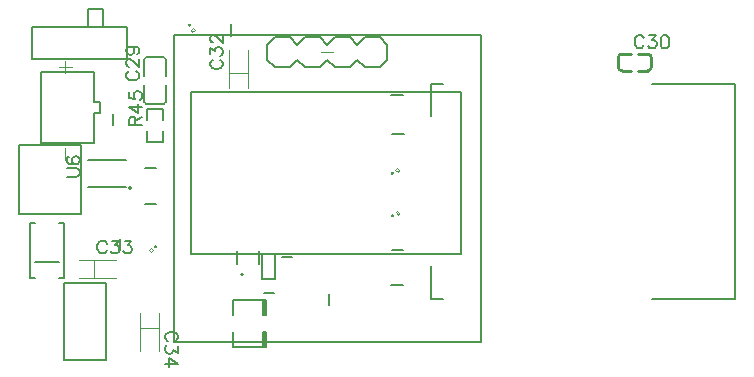
<source format=gto>
G04 Layer: TopSilkscreenLayer*
G04 EasyEDA v6.4.29, 2022-01-20 17:46:20*
G04 fb4b0ff46d504c98a6534b0bae3310fd,dc92750a051249c6af70c8c7d89aaf1b,10*
G04 Gerber Generator version 0.2*
G04 Scale: 100 percent, Rotated: No, Reflected: No *
G04 Dimensions in millimeters *
G04 leading zeros omitted , absolute positions ,4 integer and 5 decimal *
%FSLAX45Y45*%
%MOMM*%

%ADD10C,0.2540*%
%ADD53C,0.2032*%
%ADD54C,0.1270*%
%ADD55C,0.0099*%
%ADD56C,0.0635*%
%ADD57C,0.2000*%
%ADD58C,0.1524*%
%ADD59C,0.0800*%
%ADD60C,0.1999*%
%ADD61C,0.2997*%
%ADD62C,0.1016*%

%LPD*%
D62*
X790778Y11850344D02*
G01*
X894664Y11850344D01*
X842848Y11798274D02*
G01*
X842848Y11902160D01*
X842848Y11061674D02*
G01*
X842848Y11165560D01*
D58*
X854710Y10919206D02*
G01*
X932687Y10919206D01*
X948182Y10924540D01*
X958596Y10934954D01*
X963930Y10950448D01*
X963930Y10960862D01*
X958596Y10976356D01*
X948182Y10986770D01*
X932687Y10992104D01*
X854710Y10992104D01*
X870458Y11088624D02*
G01*
X860044Y11083544D01*
X854710Y11067796D01*
X854710Y11057636D01*
X860044Y11041888D01*
X875537Y11031474D01*
X901446Y11026394D01*
X927608Y11026394D01*
X948182Y11031474D01*
X958596Y11041888D01*
X963930Y11057636D01*
X963930Y11062716D01*
X958596Y11078210D01*
X948182Y11088624D01*
X932687Y11093958D01*
X927608Y11093958D01*
X911860Y11088624D01*
X901446Y11078210D01*
X896366Y11062716D01*
X896366Y11057636D01*
X901446Y11041888D01*
X911860Y11031474D01*
X927608Y11026394D01*
X1383792Y11812778D02*
G01*
X1373378Y11807444D01*
X1362964Y11797030D01*
X1357884Y11786870D01*
X1357884Y11766042D01*
X1362964Y11755628D01*
X1373378Y11745214D01*
X1383792Y11739880D01*
X1399540Y11734800D01*
X1425448Y11734800D01*
X1440942Y11739880D01*
X1451356Y11745214D01*
X1461770Y11755628D01*
X1466850Y11766042D01*
X1466850Y11786870D01*
X1461770Y11797030D01*
X1451356Y11807444D01*
X1440942Y11812778D01*
X1383792Y11852148D02*
G01*
X1378712Y11852148D01*
X1368298Y11857482D01*
X1362964Y11862562D01*
X1357884Y11872976D01*
X1357884Y11893804D01*
X1362964Y11904218D01*
X1368298Y11909298D01*
X1378712Y11914632D01*
X1389126Y11914632D01*
X1399540Y11909298D01*
X1415034Y11898884D01*
X1466850Y11847068D01*
X1466850Y11919712D01*
X1394206Y12021566D02*
G01*
X1409700Y12016486D01*
X1420114Y12006072D01*
X1425448Y11990324D01*
X1425448Y11985244D01*
X1420114Y11969750D01*
X1409700Y11959336D01*
X1394206Y11954002D01*
X1389126Y11954002D01*
X1373378Y11959336D01*
X1362964Y11969750D01*
X1357884Y11985244D01*
X1357884Y11990324D01*
X1362964Y12006072D01*
X1373378Y12016486D01*
X1394206Y12021566D01*
X1420114Y12021566D01*
X1446276Y12016486D01*
X1461770Y12006072D01*
X1466850Y11990324D01*
X1466850Y11979910D01*
X1461770Y11964416D01*
X1451356Y11959336D01*
X1383284Y11353800D02*
G01*
X1492250Y11353800D01*
X1383284Y11353800D02*
G01*
X1383284Y11400536D01*
X1388364Y11416030D01*
X1393698Y11421364D01*
X1404112Y11426444D01*
X1414526Y11426444D01*
X1424940Y11421364D01*
X1430020Y11416030D01*
X1435100Y11400536D01*
X1435100Y11353800D01*
X1435100Y11390122D02*
G01*
X1492250Y11426444D01*
X1383284Y11512804D02*
G01*
X1455928Y11460734D01*
X1455928Y11538712D01*
X1383284Y11512804D02*
G01*
X1492250Y11512804D01*
X1383284Y11635486D02*
G01*
X1383284Y11583416D01*
X1430020Y11578336D01*
X1424940Y11583416D01*
X1419606Y11598910D01*
X1419606Y11614658D01*
X1424940Y11630152D01*
X1435100Y11640566D01*
X1450848Y11645900D01*
X1461262Y11645900D01*
X1476756Y11640566D01*
X1487170Y11630152D01*
X1492250Y11614658D01*
X1492250Y11598910D01*
X1487170Y11583416D01*
X1482090Y11578336D01*
X1471676Y11573002D01*
X5740908Y12090908D02*
G01*
X5735828Y12101322D01*
X5725414Y12111736D01*
X5715000Y12116816D01*
X5694172Y12116816D01*
X5683758Y12111736D01*
X5673598Y12101322D01*
X5668264Y12090908D01*
X5663184Y12075160D01*
X5663184Y12049252D01*
X5668264Y12033758D01*
X5673598Y12023344D01*
X5683758Y12012930D01*
X5694172Y12007850D01*
X5715000Y12007850D01*
X5725414Y12012930D01*
X5735828Y12023344D01*
X5740908Y12033758D01*
X5785612Y12116816D02*
G01*
X5842762Y12116816D01*
X5811774Y12075160D01*
X5827268Y12075160D01*
X5837682Y12070080D01*
X5842762Y12065000D01*
X5848096Y12049252D01*
X5848096Y12038838D01*
X5842762Y12023344D01*
X5832348Y12012930D01*
X5816854Y12007850D01*
X5801360Y12007850D01*
X5785612Y12012930D01*
X5780532Y12018010D01*
X5775198Y12028424D01*
X5913628Y12116816D02*
G01*
X5897880Y12111736D01*
X5887466Y12095988D01*
X5882386Y12070080D01*
X5882386Y12054586D01*
X5887466Y12028424D01*
X5897880Y12012930D01*
X5913628Y12007850D01*
X5923788Y12007850D01*
X5939536Y12012930D01*
X5949950Y12028424D01*
X5955030Y12054586D01*
X5955030Y12070080D01*
X5949950Y12095988D01*
X5939536Y12111736D01*
X5923788Y12116816D01*
X5913628Y12116816D01*
X2092452Y11910314D02*
G01*
X2082038Y11905234D01*
X2071624Y11894820D01*
X2066543Y11884406D01*
X2066543Y11863578D01*
X2071624Y11853164D01*
X2082038Y11842750D01*
X2092452Y11837670D01*
X2108200Y11832590D01*
X2134108Y11832590D01*
X2149602Y11837670D01*
X2160016Y11842750D01*
X2170430Y11853164D01*
X2175510Y11863578D01*
X2175510Y11884406D01*
X2170430Y11894820D01*
X2160016Y11905234D01*
X2149602Y11910314D01*
X2066543Y11955018D02*
G01*
X2066543Y12012168D01*
X2108200Y11981180D01*
X2108200Y11996674D01*
X2113280Y12007088D01*
X2118360Y12012168D01*
X2134108Y12017502D01*
X2144522Y12017502D01*
X2160016Y12012168D01*
X2170430Y12001754D01*
X2175510Y11986260D01*
X2175510Y11970766D01*
X2170430Y11955018D01*
X2165350Y11949938D01*
X2154936Y11944604D01*
X2092452Y12056872D02*
G01*
X2087372Y12056872D01*
X2076957Y12062206D01*
X2071624Y12067286D01*
X2066543Y12077700D01*
X2066543Y12098528D01*
X2071624Y12108942D01*
X2076957Y12114022D01*
X2087372Y12119356D01*
X2097786Y12119356D01*
X2108200Y12114022D01*
X2123694Y12103608D01*
X2175510Y12051792D01*
X2175510Y12124436D01*
X1191514Y10353548D02*
G01*
X1186434Y10363962D01*
X1176020Y10374376D01*
X1165606Y10379456D01*
X1144778Y10379456D01*
X1134364Y10374376D01*
X1123950Y10363962D01*
X1118870Y10353548D01*
X1113790Y10337800D01*
X1113790Y10311892D01*
X1118870Y10296398D01*
X1123950Y10285984D01*
X1134364Y10275570D01*
X1144778Y10270490D01*
X1165606Y10270490D01*
X1176020Y10275570D01*
X1186434Y10285984D01*
X1191514Y10296398D01*
X1236218Y10379456D02*
G01*
X1293368Y10379456D01*
X1262380Y10337800D01*
X1277874Y10337800D01*
X1288288Y10332720D01*
X1293368Y10327640D01*
X1298702Y10311892D01*
X1298702Y10301478D01*
X1293368Y10285984D01*
X1282954Y10275570D01*
X1267460Y10270490D01*
X1251966Y10270490D01*
X1236218Y10275570D01*
X1231138Y10280650D01*
X1225804Y10291064D01*
X1343406Y10379456D02*
G01*
X1400556Y10379456D01*
X1369314Y10337800D01*
X1384808Y10337800D01*
X1395222Y10332720D01*
X1400556Y10327640D01*
X1405636Y10311892D01*
X1405636Y10301478D01*
X1400556Y10285984D01*
X1390142Y10275570D01*
X1374394Y10270490D01*
X1358900Y10270490D01*
X1343406Y10275570D01*
X1338072Y10280650D01*
X1332992Y10291064D01*
X1768221Y9527159D02*
G01*
X1778635Y9532493D01*
X1789049Y9542907D01*
X1794382Y9553067D01*
X1794382Y9573895D01*
X1789049Y9584309D01*
X1778635Y9594723D01*
X1768221Y9600057D01*
X1752727Y9605137D01*
X1726818Y9605137D01*
X1711071Y9600057D01*
X1700657Y9594723D01*
X1690243Y9584309D01*
X1685163Y9573895D01*
X1685163Y9553067D01*
X1690243Y9542907D01*
X1700657Y9532493D01*
X1711071Y9527159D01*
X1794382Y9482455D02*
G01*
X1794382Y9425305D01*
X1752727Y9456547D01*
X1752727Y9441053D01*
X1747393Y9430639D01*
X1742313Y9425305D01*
X1726818Y9420225D01*
X1716405Y9420225D01*
X1700657Y9425305D01*
X1690243Y9435719D01*
X1685163Y9451467D01*
X1685163Y9466961D01*
X1690243Y9482455D01*
X1695577Y9487789D01*
X1705991Y9492869D01*
X1794382Y9333865D02*
G01*
X1721485Y9385935D01*
X1721485Y9307957D01*
X1794382Y9333865D02*
G01*
X1685163Y9333865D01*
G36*
X3611981Y10961979D02*
G01*
X3608882Y10961573D01*
X3605987Y10960455D01*
X3603447Y10958626D01*
X3601465Y10956188D01*
X3600094Y10953343D01*
X3599535Y10950295D01*
X3599738Y10947146D01*
X3600094Y10945622D01*
X3601465Y10942777D01*
X3603447Y10940389D01*
X3605987Y10938560D01*
X3607409Y10937849D01*
X3610457Y10937087D01*
X3613556Y10937087D01*
X3616604Y10937849D01*
X3619347Y10939373D01*
X3621633Y10941507D01*
X3623310Y10944148D01*
X3624275Y10947146D01*
X3624478Y10950295D01*
X3623868Y10953343D01*
X3622548Y10956188D01*
X3620566Y10958626D01*
X3618026Y10960455D01*
X3615131Y10961573D01*
G37*
G36*
X1607007Y10338003D02*
G01*
X1603908Y10337596D01*
X1602384Y10337139D01*
X1599641Y10335615D01*
X1597355Y10333482D01*
X1595678Y10330789D01*
X1594713Y10327843D01*
X1594510Y10324693D01*
X1595120Y10321645D01*
X1596440Y10318800D01*
X1598472Y10316362D01*
X1601012Y10314533D01*
X1603908Y10313365D01*
X1607007Y10313009D01*
X1610106Y10313365D01*
X1613052Y10314533D01*
X1615541Y10316362D01*
X1617573Y10318800D01*
X1618894Y10321645D01*
X1619504Y10324693D01*
X1619300Y10327843D01*
X1618335Y10330789D01*
X1616659Y10333482D01*
X1614373Y10335615D01*
X1611630Y10337139D01*
X1608582Y10337901D01*
G37*
G36*
X3612997Y10602010D02*
G01*
X3609898Y10601604D01*
X3607003Y10600436D01*
X3604463Y10598607D01*
X3602431Y10596168D01*
X3601110Y10593374D01*
X3600704Y10591850D01*
X3600551Y10588701D01*
X3600704Y10587126D01*
X3601720Y10584180D01*
X3602431Y10582808D01*
X3604463Y10580370D01*
X3607003Y10578541D01*
X3609898Y10577372D01*
X3612997Y10576966D01*
X3616096Y10577372D01*
X3619042Y10578541D01*
X3621582Y10580370D01*
X3623564Y10582808D01*
X3624884Y10585653D01*
X3625494Y10588701D01*
X3625291Y10591850D01*
X3624326Y10594797D01*
X3622649Y10597438D01*
X3620363Y10599623D01*
X3617620Y10601096D01*
X3614572Y10601909D01*
G37*
G36*
X1892706Y12216485D02*
G01*
X1889658Y12215876D01*
X1886813Y12214555D01*
X1884375Y12212523D01*
X1882546Y12210034D01*
X1881378Y12207087D01*
X1881022Y12203988D01*
X1881378Y12200890D01*
X1882546Y12197943D01*
X1884375Y12195454D01*
X1886813Y12193422D01*
X1889658Y12192101D01*
X1892706Y12191492D01*
X1895856Y12191695D01*
X1898853Y12192660D01*
X1901494Y12194336D01*
X1903628Y12196622D01*
X1905152Y12199366D01*
X1905914Y12202414D01*
X1905914Y12205563D01*
X1905152Y12208611D01*
X1903628Y12211354D01*
X1901494Y12213640D01*
X1898853Y12215317D01*
X1895856Y12216282D01*
G37*
D53*
X3935704Y11429974D02*
G01*
X3935704Y11707698D01*
X4038396Y11707698D01*
X3935704Y10160000D02*
G01*
X3935704Y9882301D01*
X4038396Y9882301D01*
X5809488Y11707698D02*
G01*
X6511086Y11707698D01*
X6511086Y9882301D01*
X5809488Y9882301D01*
X832434Y10022408D02*
G01*
X1188034Y10022408D01*
X1188034Y9367012D01*
X832434Y9367012D01*
X832434Y10022408D01*
D54*
X2869488Y11846966D02*
G01*
X2805988Y11910466D01*
X2742488Y11846966D01*
X2615488Y11846966D01*
X2551988Y11910466D01*
X2551988Y12037466D01*
X2615488Y12100966D01*
X2742488Y12100966D01*
X2805988Y12037466D01*
X2869488Y12100966D01*
X2996488Y12100966D01*
X3059988Y12037466D01*
X3123488Y12100966D01*
X3250488Y12100966D01*
X3313988Y12037466D01*
X3377488Y12100966D01*
X3504488Y12100966D01*
X3567988Y12037466D01*
X3567988Y11910466D01*
X3504488Y11846966D01*
X3377488Y11846966D01*
X3313988Y11910466D01*
X3250488Y11846966D01*
X3123488Y11846966D01*
X3059988Y11910466D01*
X2996488Y11846966D01*
X2869488Y11846966D01*
X1902002Y11637772D02*
G01*
X4188002Y11637772D01*
X4188002Y10266172D01*
X1902002Y10266172D01*
X1902002Y11637772D01*
X1759991Y9521977D02*
G01*
X4359986Y9521977D01*
X4359986Y12121972D01*
X1759991Y12121972D01*
X1759991Y9521977D01*
D55*
X3010001Y11971985D02*
G01*
X3110001Y11971985D01*
D54*
X1244600Y11359591D02*
G01*
X1244600Y11449608D01*
X1307261Y10301224D02*
G01*
X1307261Y10391216D01*
X1084402Y11806199D02*
G01*
X1084402Y11556187D01*
X1134414Y11556187D01*
X1134414Y11456187D01*
X1084402Y11456187D01*
X1084402Y11206200D01*
X634415Y11206200D01*
X634415Y11806199D01*
X1084402Y11806199D01*
D53*
X787222Y10525709D02*
G01*
X832231Y10525709D01*
X832231Y10065715D01*
X787222Y10065715D01*
X587222Y10065715D02*
G01*
X542239Y10065715D01*
X542239Y10525709D01*
X587222Y10525709D01*
X787222Y10195712D02*
G01*
X587222Y10195712D01*
X971194Y11190401D02*
G01*
X971194Y10602798D01*
X451205Y10602798D01*
X451205Y11190401D01*
X971194Y11190401D01*
D54*
X3707612Y11277600D02*
G01*
X3607612Y11277600D01*
D56*
X3654501Y10959490D02*
G01*
X3637000Y10976965D01*
X3651986Y10991977D01*
X3669487Y10974476D01*
X3654501Y10959490D01*
D54*
X3603269Y11610416D02*
G01*
X3703269Y11610416D01*
X3601491Y10001427D02*
G01*
X3701491Y10001427D01*
D56*
X1564487Y10315473D02*
G01*
X1581988Y10297972D01*
X1567002Y10282986D01*
X1549501Y10300487D01*
X1564487Y10315473D01*
D54*
X1362989Y12188977D02*
G01*
X1162989Y12188977D01*
X562991Y12188977D01*
X562991Y11918975D01*
X1362989Y11918975D01*
X1362989Y12188977D01*
X1162989Y12188977D02*
G01*
X1162989Y12338964D01*
X1032992Y12338964D01*
X1032992Y12198985D01*
X2517597Y9877399D02*
G01*
X2537612Y9877399D01*
X2537612Y9747402D01*
X2517597Y9747402D01*
X2517597Y9877399D01*
X2257602Y9877399D01*
X2257602Y9747402D01*
X2257602Y9607397D02*
G01*
X2257602Y9477400D01*
X2517597Y9477400D01*
X2517597Y9607397D01*
X2537612Y9607397D01*
X2537612Y9477400D01*
X2517597Y9477400D01*
X2527604Y9747402D02*
G01*
X2527604Y9877399D01*
X2527604Y9477400D02*
G01*
X2527604Y9607397D01*
X3603980Y10298988D02*
G01*
X3703980Y10298988D01*
D56*
X3655491Y10599470D02*
G01*
X3637991Y10616971D01*
X3653002Y10631982D01*
X3670503Y10614482D01*
X3655491Y10599470D01*
D54*
X2294585Y10183698D02*
G01*
X2294585Y10288701D01*
X2480589Y10183698D02*
G01*
X2480589Y10288701D01*
X2672791Y10236200D02*
G01*
X2762783Y10236200D01*
X2610383Y9931400D02*
G01*
X2520391Y9931400D01*
D53*
X2509824Y10054259D02*
G01*
X2509824Y10265714D01*
X2620949Y10265714D01*
X2620975Y10054259D01*
X2509824Y10054259D01*
D54*
X1513001Y10993983D02*
G01*
X1613001Y10993983D01*
X1613001Y10688980D02*
G01*
X1513001Y10688980D01*
X3073400Y9930587D02*
G01*
X3073400Y9830587D01*
X2246985Y12110974D02*
G01*
X2246985Y12210973D01*
D56*
X1903501Y12161469D02*
G01*
X1921002Y12178969D01*
X1935988Y12163983D01*
X1918487Y12146483D01*
X1903501Y12161469D01*
D57*
X1353799Y10829899D02*
G01*
X1033800Y10829899D01*
X1353799Y11064892D02*
G01*
X1033800Y11064900D01*
D58*
X1509839Y11915919D02*
G01*
X1509839Y11774919D01*
X1690560Y11774919D02*
G01*
X1690560Y11915919D01*
X1675320Y11931159D02*
G01*
X1525079Y11931159D01*
X1509839Y11553680D02*
G01*
X1509839Y11694680D01*
X1690560Y11694680D02*
G01*
X1690560Y11553680D01*
X1675320Y11538440D02*
G01*
X1525079Y11538440D01*
X1666260Y11396421D02*
G01*
X1666260Y11492308D01*
X1534139Y11492308D01*
X1534139Y11396421D01*
X1666260Y11311178D02*
G01*
X1666260Y11215291D01*
X1534139Y11215291D01*
X1534139Y11311178D01*
D10*
X5635332Y11817400D02*
G01*
X5555330Y11817400D01*
X5524350Y11928381D02*
G01*
X5524350Y11848381D01*
X5635332Y11959363D02*
G01*
X5555330Y11959363D01*
X5692922Y11816816D02*
G01*
X5772917Y11816816D01*
X5692922Y11958779D02*
G01*
X5772917Y11958779D01*
X5803900Y11927799D02*
G01*
X5803900Y11847796D01*
D59*
X2387600Y11800113D02*
G01*
X2227580Y11800486D01*
X2387600Y11674983D02*
G01*
X2387600Y11989943D01*
X2227580Y11672443D02*
G01*
X2227580Y11992483D01*
X1081313Y10058400D02*
G01*
X1081686Y10218420D01*
X956183Y10058400D02*
G01*
X1271143Y10058400D01*
X953643Y10218420D02*
G01*
X1273683Y10218420D01*
X1473200Y9637486D02*
G01*
X1633220Y9637113D01*
X1473200Y9762617D02*
G01*
X1473200Y9447657D01*
X1633220Y9765157D02*
G01*
X1633220Y9445117D01*
D60*
G75*
G01*
X2337587Y10103206D02*
G03*
X2338045Y10103206I229J-10005D01*
D61*
G75*
G01*
X1388801Y10822402D02*
G03*
X1388801Y10822402I0J0D01*
D58*
G75*
G01*
X1690561Y11915920D02*
G03*
X1675320Y11931160I-15241J0D01*
G75*
G01*
X1525080Y11931160D02*
G03*
X1509840Y11915920I0J-15240D01*
G75*
G01*
X1690561Y11553680D02*
G02*
X1675320Y11538440I-15241J0D01*
G75*
G01*
X1525080Y11538440D02*
G02*
X1509840Y11553680I0J15240D01*
D10*
G75*
G01*
X5524348Y11928381D02*
G02*
X5555331Y11959364I30983J0D01*
G75*
G01*
X5555331Y11817398D02*
G02*
X5524348Y11848381I0J30983D01*
G75*
G01*
X5772917Y11958782D02*
G02*
X5803900Y11927799I0J-30983D01*
G75*
G01*
X5803900Y11847800D02*
G02*
X5772917Y11816817I-30983J0D01*
M02*

</source>
